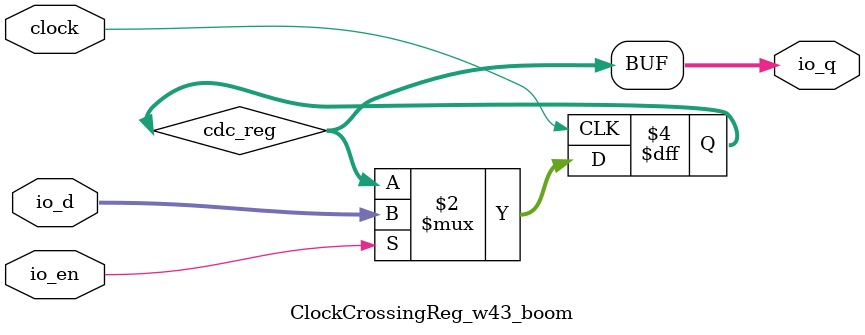
<source format=sv>
`ifndef RANDOMIZE
  `ifdef RANDOMIZE_REG_INIT
    `define RANDOMIZE
  `endif // RANDOMIZE_REG_INIT
`endif // not def RANDOMIZE
`ifndef RANDOMIZE
  `ifdef RANDOMIZE_MEM_INIT
    `define RANDOMIZE
  `endif // RANDOMIZE_MEM_INIT
`endif // not def RANDOMIZE

`ifndef RANDOM
  `define RANDOM $random
`endif // not def RANDOM

// Users can define 'PRINTF_COND' to add an extra gate to prints.
`ifndef PRINTF_COND_
  `ifdef PRINTF_COND
    `define PRINTF_COND_ (`PRINTF_COND)
  `else  // PRINTF_COND
    `define PRINTF_COND_ 1
  `endif // PRINTF_COND
`endif // not def PRINTF_COND_

// Users can define 'ASSERT_VERBOSE_COND' to add an extra gate to assert error printing.
`ifndef ASSERT_VERBOSE_COND_
  `ifdef ASSERT_VERBOSE_COND
    `define ASSERT_VERBOSE_COND_ (`ASSERT_VERBOSE_COND)
  `else  // ASSERT_VERBOSE_COND
    `define ASSERT_VERBOSE_COND_ 1
  `endif // ASSERT_VERBOSE_COND
`endif // not def ASSERT_VERBOSE_COND_

// Users can define 'STOP_COND' to add an extra gate to stop conditions.
`ifndef STOP_COND_
  `ifdef STOP_COND
    `define STOP_COND_ (`STOP_COND)
  `else  // STOP_COND
    `define STOP_COND_ 1
  `endif // STOP_COND
`endif // not def STOP_COND_

// Users can define INIT_RANDOM as general code that gets injected into the
// initializer block for modules with registers.
`ifndef INIT_RANDOM
  `define INIT_RANDOM
`endif // not def INIT_RANDOM

// If using random initialization, you can also define RANDOMIZE_DELAY to
// customize the delay used, otherwise 0.002 is used.
`ifndef RANDOMIZE_DELAY
  `define RANDOMIZE_DELAY 0.002
`endif // not def RANDOMIZE_DELAY

// Define INIT_RANDOM_PROLOG_ for use in our modules below.
`ifndef INIT_RANDOM_PROLOG_
  `ifdef RANDOMIZE
    `ifdef VERILATOR
      `define INIT_RANDOM_PROLOG_ `INIT_RANDOM
    `else  // VERILATOR
      `define INIT_RANDOM_PROLOG_ `INIT_RANDOM #`RANDOMIZE_DELAY begin end
    `endif // VERILATOR
  `else  // RANDOMIZE
    `define INIT_RANDOM_PROLOG_
  `endif // RANDOMIZE
`endif // not def INIT_RANDOM_PROLOG_

module ClockCrossingReg_w43_boom(
  input         clock,
  input  [42:0] io_d,
  input         io_en,
  output [42:0] io_q
);

  reg [42:0] cdc_reg;	// @[Reg.scala:19:16]
  always @(posedge clock) begin
    if (io_en)
      cdc_reg <= io_d;	// @[Reg.scala:19:16]
  end // always @(posedge)
  `ifndef SYNTHESIS
    `ifdef FIRRTL_BEFORE_INITIAL
      `FIRRTL_BEFORE_INITIAL
    `endif // FIRRTL_BEFORE_INITIAL
    logic [31:0] _RANDOM_0;
    logic [31:0] _RANDOM_1;
    initial begin
      `ifdef INIT_RANDOM_PROLOG_
        `INIT_RANDOM_PROLOG_
      `endif // INIT_RANDOM_PROLOG_
      `ifdef RANDOMIZE_REG_INIT
        _RANDOM_0 = `RANDOM;
        _RANDOM_1 = `RANDOM;
        cdc_reg = {_RANDOM_0, _RANDOM_1[10:0]};	// @[Reg.scala:19:16]
      `endif // RANDOMIZE_REG_INIT
    end // initial
    `ifdef FIRRTL_AFTER_INITIAL
      `FIRRTL_AFTER_INITIAL
    `endif // FIRRTL_AFTER_INITIAL
  `endif // not def SYNTHESIS
  assign io_q = cdc_reg;	// @[Reg.scala:19:16]
endmodule


</source>
